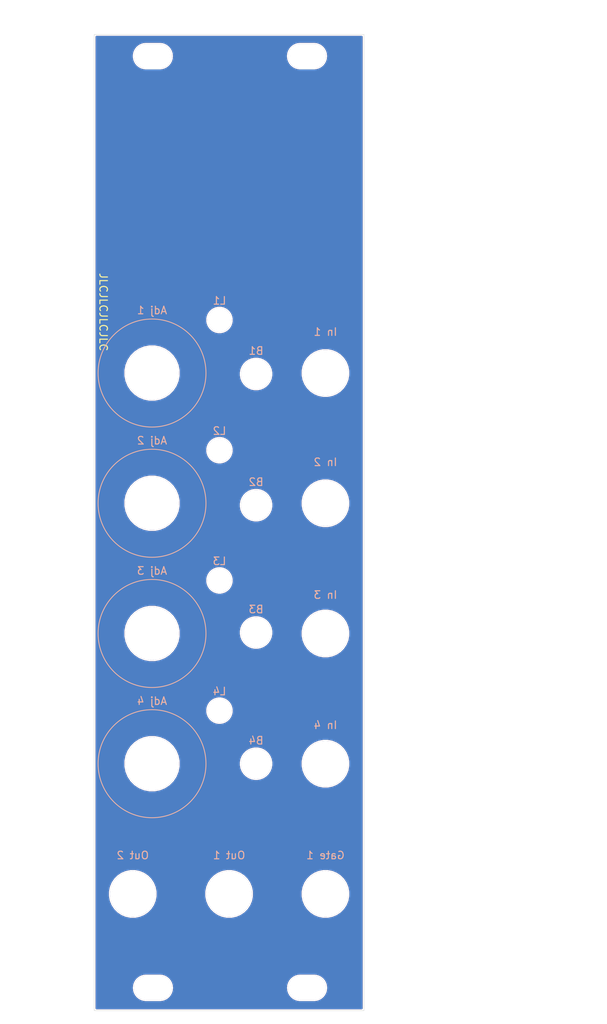
<source format=kicad_pcb>
(kicad_pcb (version 20171130) (host pcbnew 5.1.5+dfsg1-1)

  (general
    (thickness 1.2)
    (drawings 42)
    (tracks 0)
    (zones 0)
    (modules 23)
    (nets 1)
  )

  (page A4)
  (title_block
    (title "AAA Demiurge")
    (rev 1)
    (company "Awesome Audio Apparatus")
    (comment 1 aaa-k1)
  )

  (layers
    (0 F.Cu signal)
    (31 B.Cu signal)
    (32 B.Adhes user)
    (33 F.Adhes user)
    (34 B.Paste user)
    (35 F.Paste user)
    (36 B.SilkS user)
    (37 F.SilkS user)
    (38 B.Mask user)
    (39 F.Mask user)
    (40 Dwgs.User user)
    (41 Cmts.User user)
    (42 Eco1.User user)
    (43 Eco2.User user)
    (44 Edge.Cuts user)
    (45 Margin user)
    (46 B.CrtYd user)
    (47 F.CrtYd user)
    (48 B.Fab user hide)
    (49 F.Fab user hide)
  )

  (setup
    (last_trace_width 0.1524)
    (user_trace_width 0.1524)
    (user_trace_width 0.2286)
    (user_trace_width 0.3048)
    (user_trace_width 0.381)
    (user_trace_width 0.4572)
    (trace_clearance 0.1524)
    (zone_clearance 0.1524)
    (zone_45_only no)
    (trace_min 0.1524)
    (via_size 0.8)
    (via_drill 0.4)
    (via_min_size 0.508)
    (via_min_drill 0.254)
    (uvia_size 0.3)
    (uvia_drill 0.1)
    (uvias_allowed no)
    (uvia_min_size 0.2)
    (uvia_min_drill 0.1)
    (edge_width 0.05)
    (segment_width 0.2)
    (pcb_text_width 0.3)
    (pcb_text_size 1.5 1.5)
    (mod_edge_width 0.12)
    (mod_text_size 1 1)
    (mod_text_width 0.15)
    (pad_size 2 1.5)
    (pad_drill 0)
    (pad_to_mask_clearance 0.0508)
    (aux_axis_origin 0 0)
    (grid_origin 104.26 166.672)
    (visible_elements FFFFFF7F)
    (pcbplotparams
      (layerselection 0x014fc_ffffffff)
      (usegerberextensions false)
      (usegerberattributes false)
      (usegerberadvancedattributes false)
      (creategerberjobfile false)
      (excludeedgelayer true)
      (linewidth 0.100000)
      (plotframeref false)
      (viasonmask false)
      (mode 1)
      (useauxorigin false)
      (hpglpennumber 1)
      (hpglpenspeed 20)
      (hpglpendiameter 15.000000)
      (psnegative false)
      (psa4output false)
      (plotreference true)
      (plotvalue true)
      (plotinvisibletext false)
      (padsonsilk false)
      (subtractmaskfromsilk false)
      (outputformat 1)
      (mirror false)
      (drillshape 0)
      (scaleselection 1)
      (outputdirectory "dem1pt1/"))
  )

  (net 0 "")

  (net_class Default "This is the default net class."
    (clearance 0.1524)
    (trace_width 0.1524)
    (via_dia 0.8)
    (via_drill 0.4)
    (uvia_dia 0.3)
    (uvia_drill 0.1)
  )

  (module aaa:HOLE_JACK (layer F.Cu) (tedit 5DD14CBD) (tstamp 5DD1895A)
    (at 106.68 85.725)
    (fp_text reference REF** (at 0 0.5) (layer F.SilkS) hide
      (effects (font (size 1 1) (thickness 0.15)))
    )
    (fp_text value HOLE_JACK (at 0 -0.5) (layer F.Fab) hide
      (effects (font (size 1 1) (thickness 0.15)))
    )
    (pad 1 thru_hole circle (at 0 0 90) (size 6 6) (drill 6) (layers *.Cu *.Mask))
  )

  (module aaa:HOLE_JACK (layer F.Cu) (tedit 5DD14CBD) (tstamp 5DD18939)
    (at 106.68 102.87)
    (fp_text reference REF** (at 0 0.5) (layer F.SilkS) hide
      (effects (font (size 1 1) (thickness 0.15)))
    )
    (fp_text value HOLE_JACK (at 0 -0.5) (layer F.Fab) hide
      (effects (font (size 1 1) (thickness 0.15)))
    )
    (pad 1 thru_hole circle (at 0 0 90) (size 6 6) (drill 6) (layers *.Cu *.Mask))
  )

  (module aaa:HOLE_JACK (layer F.Cu) (tedit 5DD14CBD) (tstamp 5DD1887C)
    (at 106.68 120.015)
    (fp_text reference REF** (at 0 0.5) (layer F.SilkS) hide
      (effects (font (size 1 1) (thickness 0.15)))
    )
    (fp_text value HOLE_JACK (at 0 -0.5) (layer F.Fab) hide
      (effects (font (size 1 1) (thickness 0.15)))
    )
    (pad 1 thru_hole circle (at 0 0 90) (size 6 6) (drill 6) (layers *.Cu *.Mask))
  )

  (module aaa:HOLE_JACK (layer F.Cu) (tedit 5DD14CBD) (tstamp 5DD1885B)
    (at 106.68 137.16)
    (fp_text reference REF** (at 0 0.5) (layer F.SilkS) hide
      (effects (font (size 1 1) (thickness 0.15)))
    )
    (fp_text value HOLE_JACK (at 0 -0.5) (layer F.Fab) hide
      (effects (font (size 1 1) (thickness 0.15)))
    )
    (pad 1 thru_hole circle (at 0 0 90) (size 6 6) (drill 6) (layers *.Cu *.Mask))
  )

  (module aaa:HOLE_JACK (layer F.Cu) (tedit 5DD14CBD) (tstamp 5DD1883A)
    (at 106.68 154.305)
    (fp_text reference REF** (at 0 0.5) (layer F.SilkS) hide
      (effects (font (size 1 1) (thickness 0.15)))
    )
    (fp_text value HOLE_JACK (at 0 -0.5) (layer F.Fab) hide
      (effects (font (size 1 1) (thickness 0.15)))
    )
    (pad 1 thru_hole circle (at 0 0 90) (size 6 6) (drill 6) (layers *.Cu *.Mask))
  )

  (module aaa:HOLE_JACK (layer F.Cu) (tedit 5DD14CBD) (tstamp 5DD184D9)
    (at 93.98 154.305)
    (fp_text reference REF** (at 0 0.5) (layer F.SilkS) hide
      (effects (font (size 1 1) (thickness 0.15)))
    )
    (fp_text value HOLE_JACK (at 0 -0.5) (layer F.Fab) hide
      (effects (font (size 1 1) (thickness 0.15)))
    )
    (pad 1 thru_hole circle (at 0 0 90) (size 6 6) (drill 6) (layers *.Cu *.Mask))
  )

  (module aaa:HOLE_JACK (layer F.Cu) (tedit 5DD14CBD) (tstamp 5DD184B8)
    (at 81.28 154.305)
    (fp_text reference REF** (at 0 0.5) (layer F.SilkS) hide
      (effects (font (size 1 1) (thickness 0.15)))
    )
    (fp_text value HOLE_JACK (at 0 -0.5) (layer F.Fab) hide
      (effects (font (size 1 1) (thickness 0.15)))
    )
    (pad 1 thru_hole circle (at 0 0 90) (size 6 6) (drill 6) (layers *.Cu *.Mask))
  )

  (module aaa:HOLE_BUTTON (layer F.Cu) (tedit 5DD11E33) (tstamp 5DD18447)
    (at 97.536 85.852)
    (fp_text reference REF** (at 0 0.5) (layer F.SilkS) hide
      (effects (font (size 1 1) (thickness 0.15)))
    )
    (fp_text value HOLE_BUTTON (at 0 -0.5) (layer F.Fab) hide
      (effects (font (size 1 1) (thickness 0.15)))
    )
    (pad 1 thru_hole circle (at 0 0) (size 4 4) (drill 4) (layers *.Cu *.Mask))
  )

  (module aaa:HOLE_BUTTON (layer F.Cu) (tedit 5DD11E33) (tstamp 5DD18426)
    (at 97.536 103.124)
    (fp_text reference REF** (at 0 0.5) (layer F.SilkS) hide
      (effects (font (size 1 1) (thickness 0.15)))
    )
    (fp_text value HOLE_BUTTON (at 0 -0.5) (layer F.Fab) hide
      (effects (font (size 1 1) (thickness 0.15)))
    )
    (pad 1 thru_hole circle (at 0 0) (size 4 4) (drill 4) (layers *.Cu *.Mask))
  )

  (module aaa:HOLE_BUTTON (layer F.Cu) (tedit 5DD11E33) (tstamp 5DD18405)
    (at 97.536 119.888)
    (fp_text reference REF** (at 0 0.5) (layer F.SilkS) hide
      (effects (font (size 1 1) (thickness 0.15)))
    )
    (fp_text value HOLE_BUTTON (at 0 -0.5) (layer F.Fab) hide
      (effects (font (size 1 1) (thickness 0.15)))
    )
    (pad 1 thru_hole circle (at 0 0) (size 4 4) (drill 4) (layers *.Cu *.Mask))
  )

  (module aaa:HOLE_BUTTON (layer F.Cu) (tedit 5DD11E33) (tstamp 5DD183E4)
    (at 97.536 137.16)
    (fp_text reference REF** (at 0 0.5) (layer F.SilkS) hide
      (effects (font (size 1 1) (thickness 0.15)))
    )
    (fp_text value HOLE_BUTTON (at 0 -0.5) (layer F.Fab) hide
      (effects (font (size 1 1) (thickness 0.15)))
    )
    (pad 1 thru_hole circle (at 0 0) (size 4 4) (drill 4) (layers *.Cu *.Mask))
  )

  (module aaa:HOLE_LED (layer F.Cu) (tedit 5DD14C32) (tstamp 5DD17F87)
    (at 92.71 130.175)
    (fp_text reference REF** (at 0 0.5) (layer F.SilkS) hide
      (effects (font (size 1 1) (thickness 0.15)))
    )
    (fp_text value HOLE_LED (at 0 -0.5) (layer F.Fab) hide
      (effects (font (size 1 1) (thickness 0.15)))
    )
    (pad 1 thru_hole circle (at 0 0) (size 3.2 3.2) (drill 3.2) (layers *.Cu *.Mask))
  )

  (module aaa:HOLE_LED (layer F.Cu) (tedit 5DD14C32) (tstamp 5DD17F4E)
    (at 92.71 113.03)
    (fp_text reference REF** (at 0 0.5) (layer F.SilkS) hide
      (effects (font (size 1 1) (thickness 0.15)))
    )
    (fp_text value HOLE_LED (at 0 -0.5) (layer F.Fab) hide
      (effects (font (size 1 1) (thickness 0.15)))
    )
    (pad 1 thru_hole circle (at 0 0) (size 3.2 3.2) (drill 3.2) (layers *.Cu *.Mask))
  )

  (module aaa:HOLE_LED (layer F.Cu) (tedit 5DD14C32) (tstamp 5DD17EE5)
    (at 92.71 95.885)
    (fp_text reference REF** (at 0 0.5) (layer F.SilkS) hide
      (effects (font (size 1 1) (thickness 0.15)))
    )
    (fp_text value HOLE_LED (at 0 -0.5) (layer F.Fab) hide
      (effects (font (size 1 1) (thickness 0.15)))
    )
    (pad 1 thru_hole circle (at 0 0) (size 3.2 3.2) (drill 3.2) (layers *.Cu *.Mask))
  )

  (module aaa:HOLE_LED (layer F.Cu) (tedit 5DD14C32) (tstamp 5DD17EAC)
    (at 92.71 78.74)
    (fp_text reference REF** (at 0 0.5) (layer F.SilkS) hide
      (effects (font (size 1 1) (thickness 0.15)))
    )
    (fp_text value HOLE_LED (at 0 -0.5) (layer F.Fab) hide
      (effects (font (size 1 1) (thickness 0.15)))
    )
    (pad 1 thru_hole circle (at 0 0) (size 3.2 3.2) (drill 3.2) (layers *.Cu *.Mask))
  )

  (module aaa:HOLE_POT (layer F.Cu) (tedit 5DD14C8E) (tstamp 5DD17E6B)
    (at 83.82 137.16)
    (fp_text reference REF** (at 0 0.5) (layer F.SilkS) hide
      (effects (font (size 1 1) (thickness 0.15)))
    )
    (fp_text value HOLE_POT (at 0 -0.5) (layer F.Fab) hide
      (effects (font (size 1 1) (thickness 0.15)))
    )
    (pad 1 thru_hole circle (at 0 0) (size 7 7) (drill 7) (layers *.Cu *.Mask))
  )

  (module aaa:HOLE_POT (layer F.Cu) (tedit 5DD14C8E) (tstamp 5DD17E3E)
    (at 83.82 120.015)
    (fp_text reference REF** (at 0 0.5) (layer F.SilkS) hide
      (effects (font (size 1 1) (thickness 0.15)))
    )
    (fp_text value HOLE_POT (at 0 -0.5) (layer F.Fab) hide
      (effects (font (size 1 1) (thickness 0.15)))
    )
    (pad 1 thru_hole circle (at 0 0) (size 7 7) (drill 7) (layers *.Cu *.Mask))
  )

  (module aaa:HOLE_POT (layer F.Cu) (tedit 5DD14C8E) (tstamp 5DD17E1D)
    (at 83.82 102.87)
    (fp_text reference REF** (at 0 0.5) (layer F.SilkS) hide
      (effects (font (size 1 1) (thickness 0.15)))
    )
    (fp_text value HOLE_POT (at 0 -0.5) (layer F.Fab) hide
      (effects (font (size 1 1) (thickness 0.15)))
    )
    (pad 1 thru_hole circle (at 0 0) (size 7 7) (drill 7) (layers *.Cu *.Mask))
  )

  (module aaa:HOLE_POT (layer F.Cu) (tedit 5DD14C8E) (tstamp 5DD17DFC)
    (at 83.82 85.725)
    (fp_text reference REF** (at 0 0.5) (layer F.SilkS) hide
      (effects (font (size 1 1) (thickness 0.15)))
    )
    (fp_text value HOLE_POT (at 0 -0.5) (layer F.Fab) hide
      (effects (font (size 1 1) (thickness 0.15)))
    )
    (pad 1 thru_hole circle (at 0 0) (size 7 7) (drill 7) (layers *.Cu *.Mask))
  )

  (module aaa:HOLE_MOUNT (layer F.Cu) (tedit 5DD11ECA) (tstamp 5DD137CF)
    (at 104.26 166.672)
    (fp_text reference REF** (at 0 0.5) (layer F.SilkS)
      (effects (font (size 1 1) (thickness 0.15)))
    )
    (fp_text value HOLE_MOUNT (at 0 -0.5) (layer F.Fab)
      (effects (font (size 1 1) (thickness 0.15)))
    )
    (pad 1 thru_hole oval (at 0 0) (size 5 3.2) (drill oval 5 3.2) (layers *.Cu *.Mask))
  )

  (module aaa:HOLE_MOUNT (layer F.Cu) (tedit 5DD11ECA) (tstamp 5DD17D82)
    (at 83.94 166.672)
    (fp_text reference REF** (at 0 0.5) (layer F.SilkS)
      (effects (font (size 1 1) (thickness 0.15)))
    )
    (fp_text value HOLE_MOUNT (at 0 -0.5) (layer F.Fab)
      (effects (font (size 1 1) (thickness 0.15)))
    )
    (pad 1 thru_hole oval (at 0 0) (size 5 3.2) (drill oval 5 3.2) (layers *.Cu *.Mask))
  )

  (module aaa:HOLE_MOUNT (layer F.Cu) (tedit 5DD11ECA) (tstamp 5DD147B1)
    (at 104.25 44)
    (fp_text reference REF** (at 0 0.5) (layer F.SilkS)
      (effects (font (size 1 1) (thickness 0.15)))
    )
    (fp_text value HOLE_MOUNT (at 0 -0.5) (layer F.Fab)
      (effects (font (size 1 1) (thickness 0.15)))
    )
    (pad 1 thru_hole oval (at 0 0) (size 5 3.2) (drill oval 5 3.2) (layers *.Cu *.Mask))
  )

  (module aaa:HOLE_MOUNT (layer F.Cu) (tedit 5DD11ECA) (tstamp 5DD17928)
    (at 83.93 44)
    (fp_text reference REF** (at 0 0.5) (layer F.SilkS)
      (effects (font (size 1 1) (thickness 0.15)))
    )
    (fp_text value HOLE_MOUNT (at 0 -0.5) (layer F.Fab)
      (effects (font (size 1 1) (thickness 0.15)))
    )
    (pad 1 thru_hole oval (at 0 0) (size 5 3.2) (drill oval 5 3.2) (layers *.Cu *.Mask))
  )

  (gr_text "Non Plated Milled slots in this layer\nAll slots 1 mm wide" (at 129.66 65.072) (layer Eco1.User)
    (effects (font (size 1 1) (thickness 0.15)))
  )
  (gr_line (start 100.33 62.23) (end 104.14 69.85) (layer Eco1.User) (width 1))
  (gr_line (start 96.52 69.85) (end 100.33 62.23) (layer Eco1.User) (width 1))
  (gr_line (start 87.63 62.23) (end 83.82 69.85) (layer Eco1.User) (width 1))
  (gr_line (start 91.44 69.85) (end 87.63 62.23) (layer Eco1.User) (width 1))
  (gr_line (start 93.98 69.85) (end 97.79 62.23) (layer Eco1.User) (width 1))
  (gr_line (start 93.98 69.85) (end 90.17 62.23) (layer Eco1.User) (width 1))
  (gr_text "In 1" (at 106.68 80.312) (layer B.SilkS) (tstamp 5DD12807)
    (effects (font (size 1 1) (thickness 0.15)) (justify mirror))
  )
  (gr_text "In 2" (at 106.68 97.457) (layer B.SilkS) (tstamp 5DD65A80)
    (effects (font (size 1 1) (thickness 0.15)) (justify mirror))
  )
  (gr_text "In 3" (at 106.68 114.935) (layer B.SilkS) (tstamp 5DD127EE)
    (effects (font (size 1 1) (thickness 0.15)) (justify mirror))
  )
  (gr_text "In 4" (at 106.68 132.08) (layer B.SilkS) (tstamp 5DD127DF)
    (effects (font (size 1 1) (thickness 0.15)) (justify mirror))
  )
  (gr_text "Gate 1" (at 106.68 149.225) (layer B.SilkS) (tstamp 5DD127C2)
    (effects (font (size 1 1) (thickness 0.15)) (justify mirror))
  )
  (gr_text "Out 2" (at 81.28 149.225) (layer B.SilkS) (tstamp 5DD127B9)
    (effects (font (size 1 1) (thickness 0.15)) (justify mirror))
  )
  (gr_text "Out 1" (at 93.98 149.225) (layer B.SilkS) (tstamp 5DD127AD)
    (effects (font (size 1 1) (thickness 0.15)) (justify mirror))
  )
  (gr_text "Adj 4" (at 83.82 128.905) (layer B.SilkS) (tstamp 5DD1279C)
    (effects (font (size 1 1) (thickness 0.15)) (justify mirror))
  )
  (gr_text "Adj 3" (at 83.82 111.76) (layer B.SilkS) (tstamp 5DD12792)
    (effects (font (size 1 1) (thickness 0.15)) (justify mirror))
  )
  (gr_text "Adj 2" (at 83.82 94.615) (layer B.SilkS) (tstamp 5DD12788)
    (effects (font (size 1 1) (thickness 0.15)) (justify mirror))
  )
  (gr_text "Adj 1" (at 83.82 77.47) (layer B.SilkS) (tstamp 5DD1277A)
    (effects (font (size 1 1) (thickness 0.15)) (justify mirror))
  )
  (gr_circle (center 83.82 137.16) (end 90.932 137.16) (layer B.SilkS) (width 0.12) (tstamp 5DD1273E))
  (gr_circle (center 83.82 120.015) (end 90.932 120.015) (layer B.SilkS) (width 0.12) (tstamp 5DD12737))
  (gr_circle (center 83.82 102.87) (end 90.932 102.87) (layer B.SilkS) (width 0.12) (tstamp 5DD12703))
  (gr_circle (center 83.82 85.725) (end 90.932 85.725) (layer B.SilkS) (width 0.12))
  (gr_text B1 (at 97.536 82.804) (layer B.SilkS) (tstamp 5DD12667)
    (effects (font (size 1 1) (thickness 0.15)) (justify mirror))
  )
  (gr_text B2 (at 97.536 100.076) (layer B.SilkS) (tstamp 5DD1265B)
    (effects (font (size 1 1) (thickness 0.15)) (justify mirror))
  )
  (gr_text B3 (at 97.536 116.84) (layer B.SilkS) (tstamp 5DD1264E)
    (effects (font (size 1 1) (thickness 0.15)) (justify mirror))
  )
  (gr_text B4 (at 97.536 134.112) (layer B.SilkS) (tstamp 5DD1263E)
    (effects (font (size 1 1) (thickness 0.15)) (justify mirror))
  )
  (gr_text L4 (at 92.71 127.635) (layer B.SilkS) (tstamp 5DD12629)
    (effects (font (size 1 1) (thickness 0.15)) (justify mirror))
  )
  (gr_text L3 (at 92.71 110.49) (layer B.SilkS) (tstamp 5DD1261C)
    (effects (font (size 1 1) (thickness 0.15)) (justify mirror))
  )
  (gr_text L2 (at 92.71 93.345) (layer B.SilkS) (tstamp 5DD1260A)
    (effects (font (size 1 1) (thickness 0.15)) (justify mirror))
  )
  (gr_text L1 (at 92.71 76.2) (layer B.SilkS) (tstamp 5DD12607)
    (effects (font (size 1 1) (thickness 0.15)) (justify mirror))
  )
  (gr_line (start 76.454 160.655) (end 76.454 50.8) (layer Dwgs.User) (width 0.15) (tstamp 5DD124AF))
  (gr_line (start 111.506 160.655) (end 76.454 160.655) (layer Dwgs.User) (width 0.15))
  (gr_line (start 111.506 50.8) (end 111.506 160.655) (layer Dwgs.User) (width 0.15))
  (gr_line (start 76.454 50.8) (end 111.506 50.8) (layer Dwgs.User) (width 0.15))
  (gr_line (start 111.76 41.148) (end 76.2 41.148) (layer Edge.Cuts) (width 0.05) (tstamp 5DD11A9A))
  (gr_line (start 111.76 169.672) (end 111.76 41.148) (layer Edge.Cuts) (width 0.05))
  (gr_line (start 76.2 169.672) (end 111.76 169.672) (layer Edge.Cuts) (width 0.05))
  (gr_line (start 76.2 41.148) (end 76.2 169.672) (layer Edge.Cuts) (width 0.05))
  (gr_text JLCJLCJLCJLC (at 77.4 77.7 270) (layer F.SilkS)
    (effects (font (size 1 1) (thickness 0.15)))
  )
  (dimension 128.524 (width 0.15) (layer Dwgs.User)
    (gr_text "128.524 mm" (at 67.446602 105.41 270) (layer Dwgs.User)
      (effects (font (size 1 1) (thickness 0.15)))
    )
    (feature1 (pts (xy 76.2 169.672) (xy 68.160181 169.672)))
    (feature2 (pts (xy 76.2 41.148) (xy 68.160181 41.148)))
    (crossbar (pts (xy 68.746602 41.148) (xy 68.746602 169.672)))
    (arrow1a (pts (xy 68.746602 169.672) (xy 68.160181 168.545496)))
    (arrow1b (pts (xy 68.746602 169.672) (xy 69.333023 168.545496)))
    (arrow2a (pts (xy 68.746602 41.148) (xy 68.160181 42.274504)))
    (arrow2b (pts (xy 68.746602 41.148) (xy 69.333023 42.274504)))
  )
  (dimension 128.524 (width 0.15) (layer Dwgs.User)
    (gr_text "5.0600 in" (at 72.106 105.41 270) (layer Dwgs.User)
      (effects (font (size 1 1) (thickness 0.15)))
    )
    (feature1 (pts (xy 76.2 169.672) (xy 72.819579 169.672)))
    (feature2 (pts (xy 76.2 41.148) (xy 72.819579 41.148)))
    (crossbar (pts (xy 73.406 41.148) (xy 73.406 169.672)))
    (arrow1a (pts (xy 73.406 169.672) (xy 72.819579 168.545496)))
    (arrow1b (pts (xy 73.406 169.672) (xy 73.992421 168.545496)))
    (arrow2a (pts (xy 73.406 41.148) (xy 72.819579 42.274504)))
    (arrow2b (pts (xy 73.406 41.148) (xy 73.992421 42.274504)))
  )
  (dimension 35.56 (width 0.15) (layer Dwgs.User)
    (gr_text "1.4000 in" (at 93.98 37.308) (layer Dwgs.User)
      (effects (font (size 1 1) (thickness 0.15)))
    )
    (feature1 (pts (xy 111.76 41.148) (xy 111.76 38.021579)))
    (feature2 (pts (xy 76.2 41.148) (xy 76.2 38.021579)))
    (crossbar (pts (xy 76.2 38.608) (xy 111.76 38.608)))
    (arrow1a (pts (xy 111.76 38.608) (xy 110.633496 39.194421)))
    (arrow1b (pts (xy 111.76 38.608) (xy 110.633496 38.021579)))
    (arrow2a (pts (xy 76.2 38.608) (xy 77.326504 39.194421)))
    (arrow2b (pts (xy 76.2 38.608) (xy 77.326504 38.021579)))
  )

  (zone (net 0) (net_name "") (layer F.Cu) (tstamp 5DD1416F) (hatch edge 0.508)
    (connect_pads (clearance 0.1524))
    (min_thickness 0.254)
    (fill yes (arc_segments 32) (thermal_gap 0.508) (thermal_bridge_width 0.508))
    (polygon
      (pts
        (xy 74.93 40.64) (xy 113.03 40.64) (xy 113.03 170.18) (xy 74.93 170.18)
      )
    )
    (filled_polygon
      (pts
        (xy 111.4556 169.3676) (xy 76.5044 169.3676) (xy 76.5044 166.672) (xy 81.151507 166.672) (xy 81.187794 167.040427)
        (xy 81.29526 167.394695) (xy 81.469775 167.72119) (xy 81.704634 168.007366) (xy 81.99081 168.242225) (xy 82.317305 168.41674)
        (xy 82.671573 168.524206) (xy 82.947677 168.5514) (xy 84.932323 168.5514) (xy 85.208427 168.524206) (xy 85.562695 168.41674)
        (xy 85.88919 168.242225) (xy 86.175366 168.007366) (xy 86.410225 167.72119) (xy 86.58474 167.394695) (xy 86.692206 167.040427)
        (xy 86.728493 166.672) (xy 101.471507 166.672) (xy 101.507794 167.040427) (xy 101.61526 167.394695) (xy 101.789775 167.72119)
        (xy 102.024634 168.007366) (xy 102.31081 168.242225) (xy 102.637305 168.41674) (xy 102.991573 168.524206) (xy 103.267677 168.5514)
        (xy 105.252323 168.5514) (xy 105.528427 168.524206) (xy 105.882695 168.41674) (xy 106.20919 168.242225) (xy 106.495366 168.007366)
        (xy 106.730225 167.72119) (xy 106.90474 167.394695) (xy 107.012206 167.040427) (xy 107.048493 166.672) (xy 107.012206 166.303573)
        (xy 106.90474 165.949305) (xy 106.730225 165.62281) (xy 106.495366 165.336634) (xy 106.20919 165.101775) (xy 105.882695 164.92726)
        (xy 105.528427 164.819794) (xy 105.252323 164.7926) (xy 103.267677 164.7926) (xy 102.991573 164.819794) (xy 102.637305 164.92726)
        (xy 102.31081 165.101775) (xy 102.024634 165.336634) (xy 101.789775 165.62281) (xy 101.61526 165.949305) (xy 101.507794 166.303573)
        (xy 101.471507 166.672) (xy 86.728493 166.672) (xy 86.692206 166.303573) (xy 86.58474 165.949305) (xy 86.410225 165.62281)
        (xy 86.175366 165.336634) (xy 85.88919 165.101775) (xy 85.562695 164.92726) (xy 85.208427 164.819794) (xy 84.932323 164.7926)
        (xy 82.947677 164.7926) (xy 82.671573 164.819794) (xy 82.317305 164.92726) (xy 81.99081 165.101775) (xy 81.704634 165.336634)
        (xy 81.469775 165.62281) (xy 81.29526 165.949305) (xy 81.187794 166.303573) (xy 81.151507 166.672) (xy 76.5044 166.672)
        (xy 76.5044 153.982007) (xy 78.0006 153.982007) (xy 78.0006 154.627993) (xy 78.126625 155.261566) (xy 78.373833 155.858379)
        (xy 78.732723 156.395496) (xy 79.189504 156.852277) (xy 79.726621 157.211167) (xy 80.323434 157.458375) (xy 80.957007 157.5844)
        (xy 81.602993 157.5844) (xy 82.236566 157.458375) (xy 82.833379 157.211167) (xy 83.370496 156.852277) (xy 83.827277 156.395496)
        (xy 84.186167 155.858379) (xy 84.433375 155.261566) (xy 84.5594 154.627993) (xy 84.5594 153.982007) (xy 90.7006 153.982007)
        (xy 90.7006 154.627993) (xy 90.826625 155.261566) (xy 91.073833 155.858379) (xy 91.432723 156.395496) (xy 91.889504 156.852277)
        (xy 92.426621 157.211167) (xy 93.023434 157.458375) (xy 93.657007 157.5844) (xy 94.302993 157.5844) (xy 94.936566 157.458375)
        (xy 95.533379 157.211167) (xy 96.070496 156.852277) (xy 96.527277 156.395496) (xy 96.886167 155.858379) (xy 97.133375 155.261566)
        (xy 97.2594 154.627993) (xy 97.2594 153.982007) (xy 103.4006 153.982007) (xy 103.4006 154.627993) (xy 103.526625 155.261566)
        (xy 103.773833 155.858379) (xy 104.132723 156.395496) (xy 104.589504 156.852277) (xy 105.126621 157.211167) (xy 105.723434 157.458375)
        (xy 106.357007 157.5844) (xy 107.002993 157.5844) (xy 107.636566 157.458375) (xy 108.233379 157.211167) (xy 108.770496 156.852277)
        (xy 109.227277 156.395496) (xy 109.586167 155.858379) (xy 109.833375 155.261566) (xy 109.9594 154.627993) (xy 109.9594 153.982007)
        (xy 109.833375 153.348434) (xy 109.586167 152.751621) (xy 109.227277 152.214504) (xy 108.770496 151.757723) (xy 108.233379 151.398833)
        (xy 107.636566 151.151625) (xy 107.002993 151.0256) (xy 106.357007 151.0256) (xy 105.723434 151.151625) (xy 105.126621 151.398833)
        (xy 104.589504 151.757723) (xy 104.132723 152.214504) (xy 103.773833 152.751621) (xy 103.526625 153.348434) (xy 103.4006 153.982007)
        (xy 97.2594 153.982007) (xy 97.133375 153.348434) (xy 96.886167 152.751621) (xy 96.527277 152.214504) (xy 96.070496 151.757723)
        (xy 95.533379 151.398833) (xy 94.936566 151.151625) (xy 94.302993 151.0256) (xy 93.657007 151.0256) (xy 93.023434 151.151625)
        (xy 92.426621 151.398833) (xy 91.889504 151.757723) (xy 91.432723 152.214504) (xy 91.073833 152.751621) (xy 90.826625 153.348434)
        (xy 90.7006 153.982007) (xy 84.5594 153.982007) (xy 84.433375 153.348434) (xy 84.186167 152.751621) (xy 83.827277 152.214504)
        (xy 83.370496 151.757723) (xy 82.833379 151.398833) (xy 82.236566 151.151625) (xy 81.602993 151.0256) (xy 80.957007 151.0256)
        (xy 80.323434 151.151625) (xy 79.726621 151.398833) (xy 79.189504 151.757723) (xy 78.732723 152.214504) (xy 78.373833 152.751621)
        (xy 78.126625 153.348434) (xy 78.0006 153.982007) (xy 76.5044 153.982007) (xy 76.5044 136.787762) (xy 80.0406 136.787762)
        (xy 80.0406 137.532238) (xy 80.18584 138.26241) (xy 80.470739 138.950217) (xy 80.884348 139.569227) (xy 81.410773 140.095652)
        (xy 82.029783 140.509261) (xy 82.71759 140.79416) (xy 83.447762 140.9394) (xy 84.192238 140.9394) (xy 84.92241 140.79416)
        (xy 85.610217 140.509261) (xy 86.229227 140.095652) (xy 86.755652 139.569227) (xy 87.169261 138.950217) (xy 87.45416 138.26241)
        (xy 87.5994 137.532238) (xy 87.5994 136.935499) (xy 95.2566 136.935499) (xy 95.2566 137.384501) (xy 95.344196 137.824876)
        (xy 95.516022 138.239701) (xy 95.765474 138.613033) (xy 96.082967 138.930526) (xy 96.456299 139.179978) (xy 96.871124 139.351804)
        (xy 97.311499 139.4394) (xy 97.760501 139.4394) (xy 98.200876 139.351804) (xy 98.615701 139.179978) (xy 98.989033 138.930526)
        (xy 99.306526 138.613033) (xy 99.555978 138.239701) (xy 99.727804 137.824876) (xy 99.8154 137.384501) (xy 99.8154 136.935499)
        (xy 99.795809 136.837007) (xy 103.4006 136.837007) (xy 103.4006 137.482993) (xy 103.526625 138.116566) (xy 103.773833 138.713379)
        (xy 104.132723 139.250496) (xy 104.589504 139.707277) (xy 105.126621 140.066167) (xy 105.723434 140.313375) (xy 106.357007 140.4394)
        (xy 107.002993 140.4394) (xy 107.636566 140.313375) (xy 108.233379 140.066167) (xy 108.770496 139.707277) (xy 109.227277 139.250496)
        (xy 109.586167 138.713379) (xy 109.833375 138.116566) (xy 109.9594 137.482993) (xy 109.9594 136.837007) (xy 109.833375 136.203434)
        (xy 109.586167 135.606621) (xy 109.227277 135.069504) (xy 108.770496 134.612723) (xy 108.233379 134.253833) (xy 107.636566 134.006625)
        (xy 107.002993 133.8806) (xy 106.357007 133.8806) (xy 105.723434 134.006625) (xy 105.126621 134.253833) (xy 104.589504 134.612723)
        (xy 104.132723 135.069504) (xy 103.773833 135.606621) (xy 103.526625 136.203434) (xy 103.4006 136.837007) (xy 99.795809 136.837007)
        (xy 99.727804 136.495124) (xy 99.555978 136.080299) (xy 99.306526 135.706967) (xy 98.989033 135.389474) (xy 98.615701 135.140022)
        (xy 98.200876 134.968196) (xy 97.760501 134.8806) (xy 97.311499 134.8806) (xy 96.871124 134.968196) (xy 96.456299 135.140022)
        (xy 96.082967 135.389474) (xy 95.765474 135.706967) (xy 95.516022 136.080299) (xy 95.344196 136.495124) (xy 95.2566 136.935499)
        (xy 87.5994 136.935499) (xy 87.5994 136.787762) (xy 87.45416 136.05759) (xy 87.169261 135.369783) (xy 86.755652 134.750773)
        (xy 86.229227 134.224348) (xy 85.610217 133.810739) (xy 84.92241 133.52584) (xy 84.192238 133.3806) (xy 83.447762 133.3806)
        (xy 82.71759 133.52584) (xy 82.029783 133.810739) (xy 81.410773 134.224348) (xy 80.884348 134.750773) (xy 80.470739 135.369783)
        (xy 80.18584 136.05759) (xy 80.0406 136.787762) (xy 76.5044 136.787762) (xy 76.5044 129.989895) (xy 90.8306 129.989895)
        (xy 90.8306 130.360105) (xy 90.902824 130.723201) (xy 91.044497 131.06523) (xy 91.250174 131.373048) (xy 91.511952 131.634826)
        (xy 91.81977 131.840503) (xy 92.161799 131.982176) (xy 92.524895 132.0544) (xy 92.895105 132.0544) (xy 93.258201 131.982176)
        (xy 93.60023 131.840503) (xy 93.908048 131.634826) (xy 94.169826 131.373048) (xy 94.375503 131.06523) (xy 94.517176 130.723201)
        (xy 94.5894 130.360105) (xy 94.5894 129.989895) (xy 94.517176 129.626799) (xy 94.375503 129.28477) (xy 94.169826 128.976952)
        (xy 93.908048 128.715174) (xy 93.60023 128.509497) (xy 93.258201 128.367824) (xy 92.895105 128.2956) (xy 92.524895 128.2956)
        (xy 92.161799 128.367824) (xy 91.81977 128.509497) (xy 91.511952 128.715174) (xy 91.250174 128.976952) (xy 91.044497 129.28477)
        (xy 90.902824 129.626799) (xy 90.8306 129.989895) (xy 76.5044 129.989895) (xy 76.5044 119.642762) (xy 80.0406 119.642762)
        (xy 80.0406 120.387238) (xy 80.18584 121.11741) (xy 80.470739 121.805217) (xy 80.884348 122.424227) (xy 81.410773 122.950652)
        (xy 82.029783 123.364261) (xy 82.71759 123.64916) (xy 83.447762 123.7944) (xy 84.192238 123.7944) (xy 84.92241 123.64916)
        (xy 85.610217 123.364261) (xy 86.229227 122.950652) (xy 86.755652 122.424227) (xy 87.169261 121.805217) (xy 87.45416 121.11741)
        (xy 87.5994 120.387238) (xy 87.5994 119.663499) (xy 95.2566 119.663499) (xy 95.2566 120.112501) (xy 95.344196 120.552876)
        (xy 95.516022 120.967701) (xy 95.765474 121.341033) (xy 96.082967 121.658526) (xy 96.456299 121.907978) (xy 96.871124 122.079804)
        (xy 97.311499 122.1674) (xy 97.760501 122.1674) (xy 98.200876 122.079804) (xy 98.615701 121.907978) (xy 98.989033 121.658526)
        (xy 99.306526 121.341033) (xy 99.555978 120.967701) (xy 99.727804 120.552876) (xy 99.8154 120.112501) (xy 99.8154 119.692007)
        (xy 103.4006 119.692007) (xy 103.4006 120.337993) (xy 103.526625 120.971566) (xy 103.773833 121.568379) (xy 104.132723 122.105496)
        (xy 104.589504 122.562277) (xy 105.126621 122.921167) (xy 105.723434 123.168375) (xy 106.357007 123.2944) (xy 107.002993 123.2944)
        (xy 107.636566 123.168375) (xy 108.233379 122.921167) (xy 108.770496 122.562277) (xy 109.227277 122.105496) (xy 109.586167 121.568379)
        (xy 109.833375 120.971566) (xy 109.9594 120.337993) (xy 109.9594 119.692007) (xy 109.833375 119.058434) (xy 109.586167 118.461621)
        (xy 109.227277 117.924504) (xy 108.770496 117.467723) (xy 108.233379 117.108833) (xy 107.636566 116.861625) (xy 107.002993 116.7356)
        (xy 106.357007 116.7356) (xy 105.723434 116.861625) (xy 105.126621 117.108833) (xy 104.589504 117.467723) (xy 104.132723 117.924504)
        (xy 103.773833 118.461621) (xy 103.526625 119.058434) (xy 103.4006 119.692007) (xy 99.8154 119.692007) (xy 99.8154 119.663499)
        (xy 99.727804 119.223124) (xy 99.555978 118.808299) (xy 99.306526 118.434967) (xy 98.989033 118.117474) (xy 98.615701 117.868022)
        (xy 98.200876 117.696196) (xy 97.760501 117.6086) (xy 97.311499 117.6086) (xy 96.871124 117.696196) (xy 96.456299 117.868022)
        (xy 96.082967 118.117474) (xy 95.765474 118.434967) (xy 95.516022 118.808299) (xy 95.344196 119.223124) (xy 95.2566 119.663499)
        (xy 87.5994 119.663499) (xy 87.5994 119.642762) (xy 87.45416 118.91259) (xy 87.169261 118.224783) (xy 86.755652 117.605773)
        (xy 86.229227 117.079348) (xy 85.610217 116.665739) (xy 84.92241 116.38084) (xy 84.192238 116.2356) (xy 83.447762 116.2356)
        (xy 82.71759 116.38084) (xy 82.029783 116.665739) (xy 81.410773 117.079348) (xy 80.884348 117.605773) (xy 80.470739 118.224783)
        (xy 80.18584 118.91259) (xy 80.0406 119.642762) (xy 76.5044 119.642762) (xy 76.5044 112.844895) (xy 90.8306 112.844895)
        (xy 90.8306 113.215105) (xy 90.902824 113.578201) (xy 91.044497 113.92023) (xy 91.250174 114.228048) (xy 91.511952 114.489826)
        (xy 91.81977 114.695503) (xy 92.161799 114.837176) (xy 92.524895 114.9094) (xy 92.895105 114.9094) (xy 93.258201 114.837176)
        (xy 93.60023 114.695503) (xy 93.908048 114.489826) (xy 94.169826 114.228048) (xy 94.375503 113.92023) (xy 94.517176 113.578201)
        (xy 94.5894 113.215105) (xy 94.5894 112.844895) (xy 94.517176 112.481799) (xy 94.375503 112.13977) (xy 94.169826 111.831952)
        (xy 93.908048 111.570174) (xy 93.60023 111.364497) (xy 93.258201 111.222824) (xy 92.895105 111.1506) (xy 92.524895 111.1506)
        (xy 92.161799 111.222824) (xy 91.81977 111.364497) (xy 91.511952 111.570174) (xy 91.250174 111.831952) (xy 91.044497 112.13977)
        (xy 90.902824 112.481799) (xy 90.8306 112.844895) (xy 76.5044 112.844895) (xy 76.5044 102.497762) (xy 80.0406 102.497762)
        (xy 80.0406 103.242238) (xy 80.18584 103.97241) (xy 80.470739 104.660217) (xy 80.884348 105.279227) (xy 81.410773 105.805652)
        (xy 82.029783 106.219261) (xy 82.71759 106.50416) (xy 83.447762 106.6494) (xy 84.192238 106.6494) (xy 84.92241 106.50416)
        (xy 85.610217 106.219261) (xy 86.229227 105.805652) (xy 86.755652 105.279227) (xy 87.169261 104.660217) (xy 87.45416 103.97241)
        (xy 87.5994 103.242238) (xy 87.5994 102.899499) (xy 95.2566 102.899499) (xy 95.2566 103.348501) (xy 95.344196 103.788876)
        (xy 95.516022 104.203701) (xy 95.765474 104.577033) (xy 96.082967 104.894526) (xy 96.456299 105.143978) (xy 96.871124 105.315804)
        (xy 97.311499 105.4034) (xy 97.760501 105.4034) (xy 98.200876 105.315804) (xy 98.615701 105.143978) (xy 98.989033 104.894526)
        (xy 99.306526 104.577033) (xy 99.555978 104.203701) (xy 99.727804 103.788876) (xy 99.8154 103.348501) (xy 99.8154 102.899499)
        (xy 99.745286 102.547007) (xy 103.4006 102.547007) (xy 103.4006 103.192993) (xy 103.526625 103.826566) (xy 103.773833 104.423379)
        (xy 104.132723 104.960496) (xy 104.589504 105.417277) (xy 105.126621 105.776167) (xy 105.723434 106.023375) (xy 106.357007 106.1494)
        (xy 107.002993 106.1494) (xy 107.636566 106.023375) (xy 108.233379 105.776167) (xy 108.770496 105.417277) (xy 109.227277 104.960496)
        (xy 109.586167 104.423379) (xy 109.833375 103.826566) (xy 109.9594 103.192993) (xy 109.9594 102.547007) (xy 109.833375 101.913434)
        (xy 109.586167 101.316621) (xy 109.227277 100.779504) (xy 108.770496 100.322723) (xy 108.233379 99.963833) (xy 107.636566 99.716625)
        (xy 107.002993 99.5906) (xy 106.357007 99.5906) (xy 105.723434 99.716625) (xy 105.126621 99.963833) (xy 104.589504 100.322723)
        (xy 104.132723 100.779504) (xy 103.773833 101.316621) (xy 103.526625 101.913434) (xy 103.4006 102.547007) (xy 99.745286 102.547007)
        (xy 99.727804 102.459124) (xy 99.555978 102.044299) (xy 99.306526 101.670967) (xy 98.989033 101.353474) (xy 98.615701 101.104022)
        (xy 98.200876 100.932196) (xy 97.760501 100.8446) (xy 97.311499 100.8446) (xy 96.871124 100.932196) (xy 96.456299 101.104022)
        (xy 96.082967 101.353474) (xy 95.765474 101.670967) (xy 95.516022 102.044299) (xy 95.344196 102.459124) (xy 95.2566 102.899499)
        (xy 87.5994 102.899499) (xy 87.5994 102.497762) (xy 87.45416 101.76759) (xy 87.169261 101.079783) (xy 86.755652 100.460773)
        (xy 86.229227 99.934348) (xy 85.610217 99.520739) (xy 84.92241 99.23584) (xy 84.192238 99.0906) (xy 83.447762 99.0906)
        (xy 82.71759 99.23584) (xy 82.029783 99.520739) (xy 81.410773 99.934348) (xy 80.884348 100.460773) (xy 80.470739 101.079783)
        (xy 80.18584 101.76759) (xy 80.0406 102.497762) (xy 76.5044 102.497762) (xy 76.5044 95.699895) (xy 90.8306 95.699895)
        (xy 90.8306 96.070105) (xy 90.902824 96.433201) (xy 91.044497 96.77523) (xy 91.250174 97.083048) (xy 91.511952 97.344826)
        (xy 91.81977 97.550503) (xy 92.161799 97.692176) (xy 92.524895 97.7644) (xy 92.895105 97.7644) (xy 93.258201 97.692176)
        (xy 93.60023 97.550503) (xy 93.908048 97.344826) (xy 94.169826 97.083048) (xy 94.375503 96.77523) (xy 94.517176 96.433201)
        (xy 94.5894 96.070105) (xy 94.5894 95.699895) (xy 94.517176 95.336799) (xy 94.375503 94.99477) (xy 94.169826 94.686952)
        (xy 93.908048 94.425174) (xy 93.60023 94.219497) (xy 93.258201 94.077824) (xy 92.895105 94.0056) (xy 92.524895 94.0056)
        (xy 92.161799 94.077824) (xy 91.81977 94.219497) (xy 91.511952 94.425174) (xy 91.250174 94.686952) (xy 91.044497 94.99477)
        (xy 90.902824 95.336799) (xy 90.8306 95.699895) (xy 76.5044 95.699895) (xy 76.5044 85.352762) (xy 80.0406 85.352762)
        (xy 80.0406 86.097238) (xy 80.18584 86.82741) (xy 80.470739 87.515217) (xy 80.884348 88.134227) (xy 81.410773 88.660652)
        (xy 82.029783 89.074261) (xy 82.71759 89.35916) (xy 83.447762 89.5044) (xy 84.192238 89.5044) (xy 84.92241 89.35916)
        (xy 85.610217 89.074261) (xy 86.229227 88.660652) (xy 86.755652 88.134227) (xy 87.169261 87.515217) (xy 87.45416 86.82741)
        (xy 87.5994 86.097238) (xy 87.5994 85.627499) (xy 95.2566 85.627499) (xy 95.2566 86.076501) (xy 95.344196 86.516876)
        (xy 95.516022 86.931701) (xy 95.765474 87.305033) (xy 96.082967 87.622526) (xy 96.456299 87.871978) (xy 96.871124 88.043804)
        (xy 97.311499 88.1314) (xy 97.760501 88.1314) (xy 98.200876 88.043804) (xy 98.615701 87.871978) (xy 98.989033 87.622526)
        (xy 99.306526 87.305033) (xy 99.555978 86.931701) (xy 99.727804 86.516876) (xy 99.8154 86.076501) (xy 99.8154 85.627499)
        (xy 99.770547 85.402007) (xy 103.4006 85.402007) (xy 103.4006 86.047993) (xy 103.526625 86.681566) (xy 103.773833 87.278379)
        (xy 104.132723 87.815496) (xy 104.589504 88.272277) (xy 105.126621 88.631167) (xy 105.723434 88.878375) (xy 106.357007 89.0044)
        (xy 107.002993 89.0044) (xy 107.636566 88.878375) (xy 108.233379 88.631167) (xy 108.770496 88.272277) (xy 109.227277 87.815496)
        (xy 109.586167 87.278379) (xy 109.833375 86.681566) (xy 109.9594 86.047993) (xy 109.9594 85.402007) (xy 109.833375 84.768434)
        (xy 109.586167 84.171621) (xy 109.227277 83.634504) (xy 108.770496 83.177723) (xy 108.233379 82.818833) (xy 107.636566 82.571625)
        (xy 107.002993 82.4456) (xy 106.357007 82.4456) (xy 105.723434 82.571625) (xy 105.126621 82.818833) (xy 104.589504 83.177723)
        (xy 104.132723 83.634504) (xy 103.773833 84.171621) (xy 103.526625 84.768434) (xy 103.4006 85.402007) (xy 99.770547 85.402007)
        (xy 99.727804 85.187124) (xy 99.555978 84.772299) (xy 99.306526 84.398967) (xy 98.989033 84.081474) (xy 98.615701 83.832022)
        (xy 98.200876 83.660196) (xy 97.760501 83.5726) (xy 97.311499 83.5726) (xy 96.871124 83.660196) (xy 96.456299 83.832022)
        (xy 96.082967 84.081474) (xy 95.765474 84.398967) (xy 95.516022 84.772299) (xy 95.344196 85.187124) (xy 95.2566 85.627499)
        (xy 87.5994 85.627499) (xy 87.5994 85.352762) (xy 87.45416 84.62259) (xy 87.169261 83.934783) (xy 86.755652 83.315773)
        (xy 86.229227 82.789348) (xy 85.610217 82.375739) (xy 84.92241 82.09084) (xy 84.192238 81.9456) (xy 83.447762 81.9456)
        (xy 82.71759 82.09084) (xy 82.029783 82.375739) (xy 81.410773 82.789348) (xy 80.884348 83.315773) (xy 80.470739 83.934783)
        (xy 80.18584 84.62259) (xy 80.0406 85.352762) (xy 76.5044 85.352762) (xy 76.5044 78.554895) (xy 90.8306 78.554895)
        (xy 90.8306 78.925105) (xy 90.902824 79.288201) (xy 91.044497 79.63023) (xy 91.250174 79.938048) (xy 91.511952 80.199826)
        (xy 91.81977 80.405503) (xy 92.161799 80.547176) (xy 92.524895 80.6194) (xy 92.895105 80.6194) (xy 93.258201 80.547176)
        (xy 93.60023 80.405503) (xy 93.908048 80.199826) (xy 94.169826 79.938048) (xy 94.375503 79.63023) (xy 94.517176 79.288201)
        (xy 94.5894 78.925105) (xy 94.5894 78.554895) (xy 94.517176 78.191799) (xy 94.375503 77.84977) (xy 94.169826 77.541952)
        (xy 93.908048 77.280174) (xy 93.60023 77.074497) (xy 93.258201 76.932824) (xy 92.895105 76.8606) (xy 92.524895 76.8606)
        (xy 92.161799 76.932824) (xy 91.81977 77.074497) (xy 91.511952 77.280174) (xy 91.250174 77.541952) (xy 91.044497 77.84977)
        (xy 90.902824 78.191799) (xy 90.8306 78.554895) (xy 76.5044 78.554895) (xy 76.5044 44) (xy 81.141507 44)
        (xy 81.177794 44.368427) (xy 81.28526 44.722695) (xy 81.459775 45.04919) (xy 81.694634 45.335366) (xy 81.98081 45.570225)
        (xy 82.307305 45.74474) (xy 82.661573 45.852206) (xy 82.937677 45.8794) (xy 84.922323 45.8794) (xy 85.198427 45.852206)
        (xy 85.552695 45.74474) (xy 85.87919 45.570225) (xy 86.165366 45.335366) (xy 86.400225 45.04919) (xy 86.57474 44.722695)
        (xy 86.682206 44.368427) (xy 86.718493 44) (xy 101.461507 44) (xy 101.497794 44.368427) (xy 101.60526 44.722695)
        (xy 101.779775 45.04919) (xy 102.014634 45.335366) (xy 102.30081 45.570225) (xy 102.627305 45.74474) (xy 102.981573 45.852206)
        (xy 103.257677 45.8794) (xy 105.242323 45.8794) (xy 105.518427 45.852206) (xy 105.872695 45.74474) (xy 106.19919 45.570225)
        (xy 106.485366 45.335366) (xy 106.720225 45.04919) (xy 106.89474 44.722695) (xy 107.002206 44.368427) (xy 107.038493 44)
        (xy 107.002206 43.631573) (xy 106.89474 43.277305) (xy 106.720225 42.95081) (xy 106.485366 42.664634) (xy 106.19919 42.429775)
        (xy 105.872695 42.25526) (xy 105.518427 42.147794) (xy 105.242323 42.1206) (xy 103.257677 42.1206) (xy 102.981573 42.147794)
        (xy 102.627305 42.25526) (xy 102.30081 42.429775) (xy 102.014634 42.664634) (xy 101.779775 42.95081) (xy 101.60526 43.277305)
        (xy 101.497794 43.631573) (xy 101.461507 44) (xy 86.718493 44) (xy 86.682206 43.631573) (xy 86.57474 43.277305)
        (xy 86.400225 42.95081) (xy 86.165366 42.664634) (xy 85.87919 42.429775) (xy 85.552695 42.25526) (xy 85.198427 42.147794)
        (xy 84.922323 42.1206) (xy 82.937677 42.1206) (xy 82.661573 42.147794) (xy 82.307305 42.25526) (xy 81.98081 42.429775)
        (xy 81.694634 42.664634) (xy 81.459775 42.95081) (xy 81.28526 43.277305) (xy 81.177794 43.631573) (xy 81.141507 44)
        (xy 76.5044 44) (xy 76.5044 41.4524) (xy 111.455601 41.4524)
      )
    )
  )
  (zone (net 0) (net_name "") (layer B.Cu) (tstamp 5DD1416C) (hatch edge 0.508)
    (connect_pads (clearance 0.1524))
    (min_thickness 0.254)
    (fill yes (arc_segments 32) (thermal_gap 0.508) (thermal_bridge_width 0.508))
    (polygon
      (pts
        (xy 114.3 171.45) (xy 74.93 171.45) (xy 74.93 40.64) (xy 114.3 40.64)
      )
    )
    (filled_polygon
      (pts
        (xy 111.4556 169.3676) (xy 76.5044 169.3676) (xy 76.5044 166.672) (xy 81.151507 166.672) (xy 81.187794 167.040427)
        (xy 81.29526 167.394695) (xy 81.469775 167.72119) (xy 81.704634 168.007366) (xy 81.99081 168.242225) (xy 82.317305 168.41674)
        (xy 82.671573 168.524206) (xy 82.947677 168.5514) (xy 84.932323 168.5514) (xy 85.208427 168.524206) (xy 85.562695 168.41674)
        (xy 85.88919 168.242225) (xy 86.175366 168.007366) (xy 86.410225 167.72119) (xy 86.58474 167.394695) (xy 86.692206 167.040427)
        (xy 86.728493 166.672) (xy 101.471507 166.672) (xy 101.507794 167.040427) (xy 101.61526 167.394695) (xy 101.789775 167.72119)
        (xy 102.024634 168.007366) (xy 102.31081 168.242225) (xy 102.637305 168.41674) (xy 102.991573 168.524206) (xy 103.267677 168.5514)
        (xy 105.252323 168.5514) (xy 105.528427 168.524206) (xy 105.882695 168.41674) (xy 106.20919 168.242225) (xy 106.495366 168.007366)
        (xy 106.730225 167.72119) (xy 106.90474 167.394695) (xy 107.012206 167.040427) (xy 107.048493 166.672) (xy 107.012206 166.303573)
        (xy 106.90474 165.949305) (xy 106.730225 165.62281) (xy 106.495366 165.336634) (xy 106.20919 165.101775) (xy 105.882695 164.92726)
        (xy 105.528427 164.819794) (xy 105.252323 164.7926) (xy 103.267677 164.7926) (xy 102.991573 164.819794) (xy 102.637305 164.92726)
        (xy 102.31081 165.101775) (xy 102.024634 165.336634) (xy 101.789775 165.62281) (xy 101.61526 165.949305) (xy 101.507794 166.303573)
        (xy 101.471507 166.672) (xy 86.728493 166.672) (xy 86.692206 166.303573) (xy 86.58474 165.949305) (xy 86.410225 165.62281)
        (xy 86.175366 165.336634) (xy 85.88919 165.101775) (xy 85.562695 164.92726) (xy 85.208427 164.819794) (xy 84.932323 164.7926)
        (xy 82.947677 164.7926) (xy 82.671573 164.819794) (xy 82.317305 164.92726) (xy 81.99081 165.101775) (xy 81.704634 165.336634)
        (xy 81.469775 165.62281) (xy 81.29526 165.949305) (xy 81.187794 166.303573) (xy 81.151507 166.672) (xy 76.5044 166.672)
        (xy 76.5044 153.982007) (xy 78.0006 153.982007) (xy 78.0006 154.627993) (xy 78.126625 155.261566) (xy 78.373833 155.858379)
        (xy 78.732723 156.395496) (xy 79.189504 156.852277) (xy 79.726621 157.211167) (xy 80.323434 157.458375) (xy 80.957007 157.5844)
        (xy 81.602993 157.5844) (xy 82.236566 157.458375) (xy 82.833379 157.211167) (xy 83.370496 156.852277) (xy 83.827277 156.395496)
        (xy 84.186167 155.858379) (xy 84.433375 155.261566) (xy 84.5594 154.627993) (xy 84.5594 153.982007) (xy 90.7006 153.982007)
        (xy 90.7006 154.627993) (xy 90.826625 155.261566) (xy 91.073833 155.858379) (xy 91.432723 156.395496) (xy 91.889504 156.852277)
        (xy 92.426621 157.211167) (xy 93.023434 157.458375) (xy 93.657007 157.5844) (xy 94.302993 157.5844) (xy 94.936566 157.458375)
        (xy 95.533379 157.211167) (xy 96.070496 156.852277) (xy 96.527277 156.395496) (xy 96.886167 155.858379) (xy 97.133375 155.261566)
        (xy 97.2594 154.627993) (xy 97.2594 153.982007) (xy 103.4006 153.982007) (xy 103.4006 154.627993) (xy 103.526625 155.261566)
        (xy 103.773833 155.858379) (xy 104.132723 156.395496) (xy 104.589504 156.852277) (xy 105.126621 157.211167) (xy 105.723434 157.458375)
        (xy 106.357007 157.5844) (xy 107.002993 157.5844) (xy 107.636566 157.458375) (xy 108.233379 157.211167) (xy 108.770496 156.852277)
        (xy 109.227277 156.395496) (xy 109.586167 155.858379) (xy 109.833375 155.261566) (xy 109.9594 154.627993) (xy 109.9594 153.982007)
        (xy 109.833375 153.348434) (xy 109.586167 152.751621) (xy 109.227277 152.214504) (xy 108.770496 151.757723) (xy 108.233379 151.398833)
        (xy 107.636566 151.151625) (xy 107.002993 151.0256) (xy 106.357007 151.0256) (xy 105.723434 151.151625) (xy 105.126621 151.398833)
        (xy 104.589504 151.757723) (xy 104.132723 152.214504) (xy 103.773833 152.751621) (xy 103.526625 153.348434) (xy 103.4006 153.982007)
        (xy 97.2594 153.982007) (xy 97.133375 153.348434) (xy 96.886167 152.751621) (xy 96.527277 152.214504) (xy 96.070496 151.757723)
        (xy 95.533379 151.398833) (xy 94.936566 151.151625) (xy 94.302993 151.0256) (xy 93.657007 151.0256) (xy 93.023434 151.151625)
        (xy 92.426621 151.398833) (xy 91.889504 151.757723) (xy 91.432723 152.214504) (xy 91.073833 152.751621) (xy 90.826625 153.348434)
        (xy 90.7006 153.982007) (xy 84.5594 153.982007) (xy 84.433375 153.348434) (xy 84.186167 152.751621) (xy 83.827277 152.214504)
        (xy 83.370496 151.757723) (xy 82.833379 151.398833) (xy 82.236566 151.151625) (xy 81.602993 151.0256) (xy 80.957007 151.0256)
        (xy 80.323434 151.151625) (xy 79.726621 151.398833) (xy 79.189504 151.757723) (xy 78.732723 152.214504) (xy 78.373833 152.751621)
        (xy 78.126625 153.348434) (xy 78.0006 153.982007) (xy 76.5044 153.982007) (xy 76.5044 136.787762) (xy 80.0406 136.787762)
        (xy 80.0406 137.532238) (xy 80.18584 138.26241) (xy 80.470739 138.950217) (xy 80.884348 139.569227) (xy 81.410773 140.095652)
        (xy 82.029783 140.509261) (xy 82.71759 140.79416) (xy 83.447762 140.9394) (xy 84.192238 140.9394) (xy 84.92241 140.79416)
        (xy 85.610217 140.509261) (xy 86.229227 140.095652) (xy 86.755652 139.569227) (xy 87.169261 138.950217) (xy 87.45416 138.26241)
        (xy 87.5994 137.532238) (xy 87.5994 136.935499) (xy 95.2566 136.935499) (xy 95.2566 137.384501) (xy 95.344196 137.824876)
        (xy 95.516022 138.239701) (xy 95.765474 138.613033) (xy 96.082967 138.930526) (xy 96.456299 139.179978) (xy 96.871124 139.351804)
        (xy 97.311499 139.4394) (xy 97.760501 139.4394) (xy 98.200876 139.351804) (xy 98.615701 139.179978) (xy 98.989033 138.930526)
        (xy 99.306526 138.613033) (xy 99.555978 138.239701) (xy 99.727804 137.824876) (xy 99.8154 137.384501) (xy 99.8154 136.935499)
        (xy 99.795809 136.837007) (xy 103.4006 136.837007) (xy 103.4006 137.482993) (xy 103.526625 138.116566) (xy 103.773833 138.713379)
        (xy 104.132723 139.250496) (xy 104.589504 139.707277) (xy 105.126621 140.066167) (xy 105.723434 140.313375) (xy 106.357007 140.4394)
        (xy 107.002993 140.4394) (xy 107.636566 140.313375) (xy 108.233379 140.066167) (xy 108.770496 139.707277) (xy 109.227277 139.250496)
        (xy 109.586167 138.713379) (xy 109.833375 138.116566) (xy 109.9594 137.482993) (xy 109.9594 136.837007) (xy 109.833375 136.203434)
        (xy 109.586167 135.606621) (xy 109.227277 135.069504) (xy 108.770496 134.612723) (xy 108.233379 134.253833) (xy 107.636566 134.006625)
        (xy 107.002993 133.8806) (xy 106.357007 133.8806) (xy 105.723434 134.006625) (xy 105.126621 134.253833) (xy 104.589504 134.612723)
        (xy 104.132723 135.069504) (xy 103.773833 135.606621) (xy 103.526625 136.203434) (xy 103.4006 136.837007) (xy 99.795809 136.837007)
        (xy 99.727804 136.495124) (xy 99.555978 136.080299) (xy 99.306526 135.706967) (xy 98.989033 135.389474) (xy 98.615701 135.140022)
        (xy 98.200876 134.968196) (xy 97.760501 134.8806) (xy 97.311499 134.8806) (xy 96.871124 134.968196) (xy 96.456299 135.140022)
        (xy 96.082967 135.389474) (xy 95.765474 135.706967) (xy 95.516022 136.080299) (xy 95.344196 136.495124) (xy 95.2566 136.935499)
        (xy 87.5994 136.935499) (xy 87.5994 136.787762) (xy 87.45416 136.05759) (xy 87.169261 135.369783) (xy 86.755652 134.750773)
        (xy 86.229227 134.224348) (xy 85.610217 133.810739) (xy 84.92241 133.52584) (xy 84.192238 133.3806) (xy 83.447762 133.3806)
        (xy 82.71759 133.52584) (xy 82.029783 133.810739) (xy 81.410773 134.224348) (xy 80.884348 134.750773) (xy 80.470739 135.369783)
        (xy 80.18584 136.05759) (xy 80.0406 136.787762) (xy 76.5044 136.787762) (xy 76.5044 129.989895) (xy 90.8306 129.989895)
        (xy 90.8306 130.360105) (xy 90.902824 130.723201) (xy 91.044497 131.06523) (xy 91.250174 131.373048) (xy 91.511952 131.634826)
        (xy 91.81977 131.840503) (xy 92.161799 131.982176) (xy 92.524895 132.0544) (xy 92.895105 132.0544) (xy 93.258201 131.982176)
        (xy 93.60023 131.840503) (xy 93.908048 131.634826) (xy 94.169826 131.373048) (xy 94.375503 131.06523) (xy 94.517176 130.723201)
        (xy 94.5894 130.360105) (xy 94.5894 129.989895) (xy 94.517176 129.626799) (xy 94.375503 129.28477) (xy 94.169826 128.976952)
        (xy 93.908048 128.715174) (xy 93.60023 128.509497) (xy 93.258201 128.367824) (xy 92.895105 128.2956) (xy 92.524895 128.2956)
        (xy 92.161799 128.367824) (xy 91.81977 128.509497) (xy 91.511952 128.715174) (xy 91.250174 128.976952) (xy 91.044497 129.28477)
        (xy 90.902824 129.626799) (xy 90.8306 129.989895) (xy 76.5044 129.989895) (xy 76.5044 119.642762) (xy 80.0406 119.642762)
        (xy 80.0406 120.387238) (xy 80.18584 121.11741) (xy 80.470739 121.805217) (xy 80.884348 122.424227) (xy 81.410773 122.950652)
        (xy 82.029783 123.364261) (xy 82.71759 123.64916) (xy 83.447762 123.7944) (xy 84.192238 123.7944) (xy 84.92241 123.64916)
        (xy 85.610217 123.364261) (xy 86.229227 122.950652) (xy 86.755652 122.424227) (xy 87.169261 121.805217) (xy 87.45416 121.11741)
        (xy 87.5994 120.387238) (xy 87.5994 119.663499) (xy 95.2566 119.663499) (xy 95.2566 120.112501) (xy 95.344196 120.552876)
        (xy 95.516022 120.967701) (xy 95.765474 121.341033) (xy 96.082967 121.658526) (xy 96.456299 121.907978) (xy 96.871124 122.079804)
        (xy 97.311499 122.1674) (xy 97.760501 122.1674) (xy 98.200876 122.079804) (xy 98.615701 121.907978) (xy 98.989033 121.658526)
        (xy 99.306526 121.341033) (xy 99.555978 120.967701) (xy 99.727804 120.552876) (xy 99.8154 120.112501) (xy 99.8154 119.692007)
        (xy 103.4006 119.692007) (xy 103.4006 120.337993) (xy 103.526625 120.971566) (xy 103.773833 121.568379) (xy 104.132723 122.105496)
        (xy 104.589504 122.562277) (xy 105.126621 122.921167) (xy 105.723434 123.168375) (xy 106.357007 123.2944) (xy 107.002993 123.2944)
        (xy 107.636566 123.168375) (xy 108.233379 122.921167) (xy 108.770496 122.562277) (xy 109.227277 122.105496) (xy 109.586167 121.568379)
        (xy 109.833375 120.971566) (xy 109.9594 120.337993) (xy 109.9594 119.692007) (xy 109.833375 119.058434) (xy 109.586167 118.461621)
        (xy 109.227277 117.924504) (xy 108.770496 117.467723) (xy 108.233379 117.108833) (xy 107.636566 116.861625) (xy 107.002993 116.7356)
        (xy 106.357007 116.7356) (xy 105.723434 116.861625) (xy 105.126621 117.108833) (xy 104.589504 117.467723) (xy 104.132723 117.924504)
        (xy 103.773833 118.461621) (xy 103.526625 119.058434) (xy 103.4006 119.692007) (xy 99.8154 119.692007) (xy 99.8154 119.663499)
        (xy 99.727804 119.223124) (xy 99.555978 118.808299) (xy 99.306526 118.434967) (xy 98.989033 118.117474) (xy 98.615701 117.868022)
        (xy 98.200876 117.696196) (xy 97.760501 117.6086) (xy 97.311499 117.6086) (xy 96.871124 117.696196) (xy 96.456299 117.868022)
        (xy 96.082967 118.117474) (xy 95.765474 118.434967) (xy 95.516022 118.808299) (xy 95.344196 119.223124) (xy 95.2566 119.663499)
        (xy 87.5994 119.663499) (xy 87.5994 119.642762) (xy 87.45416 118.91259) (xy 87.169261 118.224783) (xy 86.755652 117.605773)
        (xy 86.229227 117.079348) (xy 85.610217 116.665739) (xy 84.92241 116.38084) (xy 84.192238 116.2356) (xy 83.447762 116.2356)
        (xy 82.71759 116.38084) (xy 82.029783 116.665739) (xy 81.410773 117.079348) (xy 80.884348 117.605773) (xy 80.470739 118.224783)
        (xy 80.18584 118.91259) (xy 80.0406 119.642762) (xy 76.5044 119.642762) (xy 76.5044 112.844895) (xy 90.8306 112.844895)
        (xy 90.8306 113.215105) (xy 90.902824 113.578201) (xy 91.044497 113.92023) (xy 91.250174 114.228048) (xy 91.511952 114.489826)
        (xy 91.81977 114.695503) (xy 92.161799 114.837176) (xy 92.524895 114.9094) (xy 92.895105 114.9094) (xy 93.258201 114.837176)
        (xy 93.60023 114.695503) (xy 93.908048 114.489826) (xy 94.169826 114.228048) (xy 94.375503 113.92023) (xy 94.517176 113.578201)
        (xy 94.5894 113.215105) (xy 94.5894 112.844895) (xy 94.517176 112.481799) (xy 94.375503 112.13977) (xy 94.169826 111.831952)
        (xy 93.908048 111.570174) (xy 93.60023 111.364497) (xy 93.258201 111.222824) (xy 92.895105 111.1506) (xy 92.524895 111.1506)
        (xy 92.161799 111.222824) (xy 91.81977 111.364497) (xy 91.511952 111.570174) (xy 91.250174 111.831952) (xy 91.044497 112.13977)
        (xy 90.902824 112.481799) (xy 90.8306 112.844895) (xy 76.5044 112.844895) (xy 76.5044 102.497762) (xy 80.0406 102.497762)
        (xy 80.0406 103.242238) (xy 80.18584 103.97241) (xy 80.470739 104.660217) (xy 80.884348 105.279227) (xy 81.410773 105.805652)
        (xy 82.029783 106.219261) (xy 82.71759 106.50416) (xy 83.447762 106.6494) (xy 84.192238 106.6494) (xy 84.92241 106.50416)
        (xy 85.610217 106.219261) (xy 86.229227 105.805652) (xy 86.755652 105.279227) (xy 87.169261 104.660217) (xy 87.45416 103.97241)
        (xy 87.5994 103.242238) (xy 87.5994 102.899499) (xy 95.2566 102.899499) (xy 95.2566 103.348501) (xy 95.344196 103.788876)
        (xy 95.516022 104.203701) (xy 95.765474 104.577033) (xy 96.082967 104.894526) (xy 96.456299 105.143978) (xy 96.871124 105.315804)
        (xy 97.311499 105.4034) (xy 97.760501 105.4034) (xy 98.200876 105.315804) (xy 98.615701 105.143978) (xy 98.989033 104.894526)
        (xy 99.306526 104.577033) (xy 99.555978 104.203701) (xy 99.727804 103.788876) (xy 99.8154 103.348501) (xy 99.8154 102.899499)
        (xy 99.745286 102.547007) (xy 103.4006 102.547007) (xy 103.4006 103.192993) (xy 103.526625 103.826566) (xy 103.773833 104.423379)
        (xy 104.132723 104.960496) (xy 104.589504 105.417277) (xy 105.126621 105.776167) (xy 105.723434 106.023375) (xy 106.357007 106.1494)
        (xy 107.002993 106.1494) (xy 107.636566 106.023375) (xy 108.233379 105.776167) (xy 108.770496 105.417277) (xy 109.227277 104.960496)
        (xy 109.586167 104.423379) (xy 109.833375 103.826566) (xy 109.9594 103.192993) (xy 109.9594 102.547007) (xy 109.833375 101.913434)
        (xy 109.586167 101.316621) (xy 109.227277 100.779504) (xy 108.770496 100.322723) (xy 108.233379 99.963833) (xy 107.636566 99.716625)
        (xy 107.002993 99.5906) (xy 106.357007 99.5906) (xy 105.723434 99.716625) (xy 105.126621 99.963833) (xy 104.589504 100.322723)
        (xy 104.132723 100.779504) (xy 103.773833 101.316621) (xy 103.526625 101.913434) (xy 103.4006 102.547007) (xy 99.745286 102.547007)
        (xy 99.727804 102.459124) (xy 99.555978 102.044299) (xy 99.306526 101.670967) (xy 98.989033 101.353474) (xy 98.615701 101.104022)
        (xy 98.200876 100.932196) (xy 97.760501 100.8446) (xy 97.311499 100.8446) (xy 96.871124 100.932196) (xy 96.456299 101.104022)
        (xy 96.082967 101.353474) (xy 95.765474 101.670967) (xy 95.516022 102.044299) (xy 95.344196 102.459124) (xy 95.2566 102.899499)
        (xy 87.5994 102.899499) (xy 87.5994 102.497762) (xy 87.45416 101.76759) (xy 87.169261 101.079783) (xy 86.755652 100.460773)
        (xy 86.229227 99.934348) (xy 85.610217 99.520739) (xy 84.92241 99.23584) (xy 84.192238 99.0906) (xy 83.447762 99.0906)
        (xy 82.71759 99.23584) (xy 82.029783 99.520739) (xy 81.410773 99.934348) (xy 80.884348 100.460773) (xy 80.470739 101.079783)
        (xy 80.18584 101.76759) (xy 80.0406 102.497762) (xy 76.5044 102.497762) (xy 76.5044 95.699895) (xy 90.8306 95.699895)
        (xy 90.8306 96.070105) (xy 90.902824 96.433201) (xy 91.044497 96.77523) (xy 91.250174 97.083048) (xy 91.511952 97.344826)
        (xy 91.81977 97.550503) (xy 92.161799 97.692176) (xy 92.524895 97.7644) (xy 92.895105 97.7644) (xy 93.258201 97.692176)
        (xy 93.60023 97.550503) (xy 93.908048 97.344826) (xy 94.169826 97.083048) (xy 94.375503 96.77523) (xy 94.517176 96.433201)
        (xy 94.5894 96.070105) (xy 94.5894 95.699895) (xy 94.517176 95.336799) (xy 94.375503 94.99477) (xy 94.169826 94.686952)
        (xy 93.908048 94.425174) (xy 93.60023 94.219497) (xy 93.258201 94.077824) (xy 92.895105 94.0056) (xy 92.524895 94.0056)
        (xy 92.161799 94.077824) (xy 91.81977 94.219497) (xy 91.511952 94.425174) (xy 91.250174 94.686952) (xy 91.044497 94.99477)
        (xy 90.902824 95.336799) (xy 90.8306 95.699895) (xy 76.5044 95.699895) (xy 76.5044 85.352762) (xy 80.0406 85.352762)
        (xy 80.0406 86.097238) (xy 80.18584 86.82741) (xy 80.470739 87.515217) (xy 80.884348 88.134227) (xy 81.410773 88.660652)
        (xy 82.029783 89.074261) (xy 82.71759 89.35916) (xy 83.447762 89.5044) (xy 84.192238 89.5044) (xy 84.92241 89.35916)
        (xy 85.610217 89.074261) (xy 86.229227 88.660652) (xy 86.755652 88.134227) (xy 87.169261 87.515217) (xy 87.45416 86.82741)
        (xy 87.5994 86.097238) (xy 87.5994 85.627499) (xy 95.2566 85.627499) (xy 95.2566 86.076501) (xy 95.344196 86.516876)
        (xy 95.516022 86.931701) (xy 95.765474 87.305033) (xy 96.082967 87.622526) (xy 96.456299 87.871978) (xy 96.871124 88.043804)
        (xy 97.311499 88.1314) (xy 97.760501 88.1314) (xy 98.200876 88.043804) (xy 98.615701 87.871978) (xy 98.989033 87.622526)
        (xy 99.306526 87.305033) (xy 99.555978 86.931701) (xy 99.727804 86.516876) (xy 99.8154 86.076501) (xy 99.8154 85.627499)
        (xy 99.770547 85.402007) (xy 103.4006 85.402007) (xy 103.4006 86.047993) (xy 103.526625 86.681566) (xy 103.773833 87.278379)
        (xy 104.132723 87.815496) (xy 104.589504 88.272277) (xy 105.126621 88.631167) (xy 105.723434 88.878375) (xy 106.357007 89.0044)
        (xy 107.002993 89.0044) (xy 107.636566 88.878375) (xy 108.233379 88.631167) (xy 108.770496 88.272277) (xy 109.227277 87.815496)
        (xy 109.586167 87.278379) (xy 109.833375 86.681566) (xy 109.9594 86.047993) (xy 109.9594 85.402007) (xy 109.833375 84.768434)
        (xy 109.586167 84.171621) (xy 109.227277 83.634504) (xy 108.770496 83.177723) (xy 108.233379 82.818833) (xy 107.636566 82.571625)
        (xy 107.002993 82.4456) (xy 106.357007 82.4456) (xy 105.723434 82.571625) (xy 105.126621 82.818833) (xy 104.589504 83.177723)
        (xy 104.132723 83.634504) (xy 103.773833 84.171621) (xy 103.526625 84.768434) (xy 103.4006 85.402007) (xy 99.770547 85.402007)
        (xy 99.727804 85.187124) (xy 99.555978 84.772299) (xy 99.306526 84.398967) (xy 98.989033 84.081474) (xy 98.615701 83.832022)
        (xy 98.200876 83.660196) (xy 97.760501 83.5726) (xy 97.311499 83.5726) (xy 96.871124 83.660196) (xy 96.456299 83.832022)
        (xy 96.082967 84.081474) (xy 95.765474 84.398967) (xy 95.516022 84.772299) (xy 95.344196 85.187124) (xy 95.2566 85.627499)
        (xy 87.5994 85.627499) (xy 87.5994 85.352762) (xy 87.45416 84.62259) (xy 87.169261 83.934783) (xy 86.755652 83.315773)
        (xy 86.229227 82.789348) (xy 85.610217 82.375739) (xy 84.92241 82.09084) (xy 84.192238 81.9456) (xy 83.447762 81.9456)
        (xy 82.71759 82.09084) (xy 82.029783 82.375739) (xy 81.410773 82.789348) (xy 80.884348 83.315773) (xy 80.470739 83.934783)
        (xy 80.18584 84.62259) (xy 80.0406 85.352762) (xy 76.5044 85.352762) (xy 76.5044 78.554895) (xy 90.8306 78.554895)
        (xy 90.8306 78.925105) (xy 90.902824 79.288201) (xy 91.044497 79.63023) (xy 91.250174 79.938048) (xy 91.511952 80.199826)
        (xy 91.81977 80.405503) (xy 92.161799 80.547176) (xy 92.524895 80.6194) (xy 92.895105 80.6194) (xy 93.258201 80.547176)
        (xy 93.60023 80.405503) (xy 93.908048 80.199826) (xy 94.169826 79.938048) (xy 94.375503 79.63023) (xy 94.517176 79.288201)
        (xy 94.5894 78.925105) (xy 94.5894 78.554895) (xy 94.517176 78.191799) (xy 94.375503 77.84977) (xy 94.169826 77.541952)
        (xy 93.908048 77.280174) (xy 93.60023 77.074497) (xy 93.258201 76.932824) (xy 92.895105 76.8606) (xy 92.524895 76.8606)
        (xy 92.161799 76.932824) (xy 91.81977 77.074497) (xy 91.511952 77.280174) (xy 91.250174 77.541952) (xy 91.044497 77.84977)
        (xy 90.902824 78.191799) (xy 90.8306 78.554895) (xy 76.5044 78.554895) (xy 76.5044 44) (xy 81.141507 44)
        (xy 81.177794 44.368427) (xy 81.28526 44.722695) (xy 81.459775 45.04919) (xy 81.694634 45.335366) (xy 81.98081 45.570225)
        (xy 82.307305 45.74474) (xy 82.661573 45.852206) (xy 82.937677 45.8794) (xy 84.922323 45.8794) (xy 85.198427 45.852206)
        (xy 85.552695 45.74474) (xy 85.87919 45.570225) (xy 86.165366 45.335366) (xy 86.400225 45.04919) (xy 86.57474 44.722695)
        (xy 86.682206 44.368427) (xy 86.718493 44) (xy 101.461507 44) (xy 101.497794 44.368427) (xy 101.60526 44.722695)
        (xy 101.779775 45.04919) (xy 102.014634 45.335366) (xy 102.30081 45.570225) (xy 102.627305 45.74474) (xy 102.981573 45.852206)
        (xy 103.257677 45.8794) (xy 105.242323 45.8794) (xy 105.518427 45.852206) (xy 105.872695 45.74474) (xy 106.19919 45.570225)
        (xy 106.485366 45.335366) (xy 106.720225 45.04919) (xy 106.89474 44.722695) (xy 107.002206 44.368427) (xy 107.038493 44)
        (xy 107.002206 43.631573) (xy 106.89474 43.277305) (xy 106.720225 42.95081) (xy 106.485366 42.664634) (xy 106.19919 42.429775)
        (xy 105.872695 42.25526) (xy 105.518427 42.147794) (xy 105.242323 42.1206) (xy 103.257677 42.1206) (xy 102.981573 42.147794)
        (xy 102.627305 42.25526) (xy 102.30081 42.429775) (xy 102.014634 42.664634) (xy 101.779775 42.95081) (xy 101.60526 43.277305)
        (xy 101.497794 43.631573) (xy 101.461507 44) (xy 86.718493 44) (xy 86.682206 43.631573) (xy 86.57474 43.277305)
        (xy 86.400225 42.95081) (xy 86.165366 42.664634) (xy 85.87919 42.429775) (xy 85.552695 42.25526) (xy 85.198427 42.147794)
        (xy 84.922323 42.1206) (xy 82.937677 42.1206) (xy 82.661573 42.147794) (xy 82.307305 42.25526) (xy 81.98081 42.429775)
        (xy 81.694634 42.664634) (xy 81.459775 42.95081) (xy 81.28526 43.277305) (xy 81.177794 43.631573) (xy 81.141507 44)
        (xy 76.5044 44) (xy 76.5044 41.4524) (xy 111.455601 41.4524)
      )
    )
  )
)

</source>
